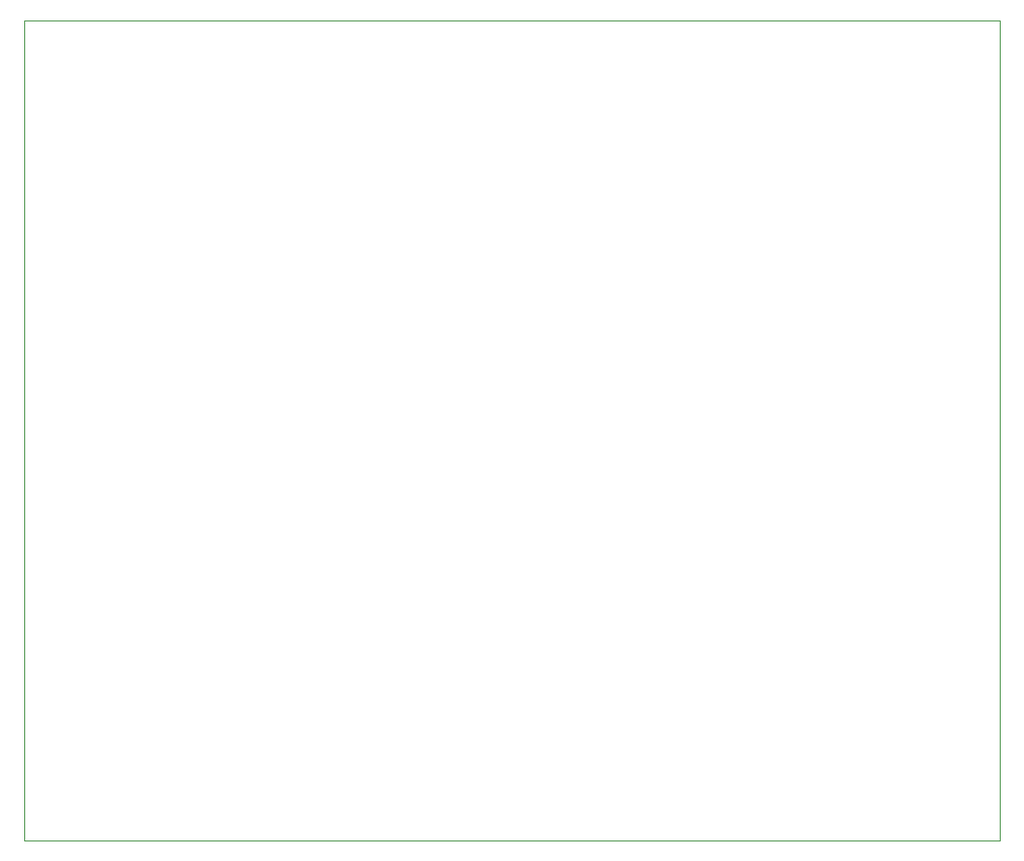
<source format=gbr>
%TF.GenerationSoftware,KiCad,Pcbnew,9.0.7*%
%TF.CreationDate,2026-01-19T21:28:55-05:00*%
%TF.ProjectId,param-eq,70617261-6d2d-4657-912e-6b696361645f,rev?*%
%TF.SameCoordinates,Original*%
%TF.FileFunction,Profile,NP*%
%FSLAX46Y46*%
G04 Gerber Fmt 4.6, Leading zero omitted, Abs format (unit mm)*
G04 Created by KiCad (PCBNEW 9.0.7) date 2026-01-19 21:28:55*
%MOMM*%
%LPD*%
G01*
G04 APERTURE LIST*
%TA.AperFunction,Profile*%
%ADD10C,0.050000*%
%TD*%
G04 APERTURE END LIST*
D10*
X94000000Y-45000000D02*
X182500000Y-45000000D01*
X182500000Y-119500000D01*
X94000000Y-119500000D01*
X94000000Y-45000000D01*
M02*

</source>
